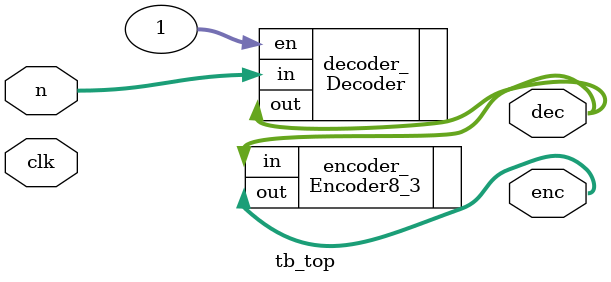
<source format=sv>
/* Decoder TB.
 * Author: Igor Lesik 2020
 *
 *
 *
 *
 */



/* Verilog TB top module.
 *
 * External C-TB drives the inputs and checks the outputs.
 */
module tb_top(
    input  wire          clk,
    input  wire [3-1:0]  n,
    output wire [8-1:0]  dec,
    output wire [3-1:0]  enc
);

Decoder#(.SIZE(3)) decoder_(.in(n), .en(1), .out(dec));

Encoder8_3 encoder_(.in(dec), .out(enc));

endmodule: tb_top

</source>
